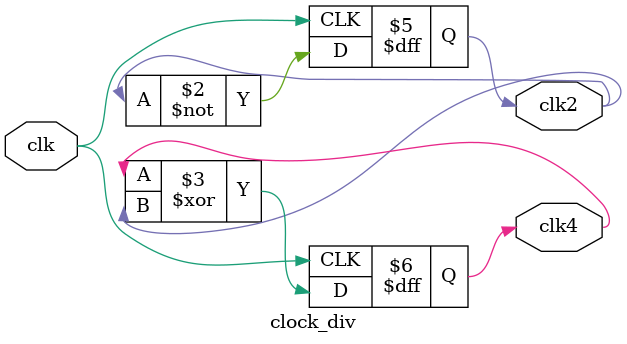
<source format=v>

module clock_div(clk, clk2, clk4);

	input clk;
	output reg clk2;
	output reg clk4;

	initial {clk4,clk2} <= 2'b00;
	always @ (posedge clk) begin
		clk2 <= ~clk2;
		clk4 <= clk4 ^ clk2;
	end

endmodule

</source>
